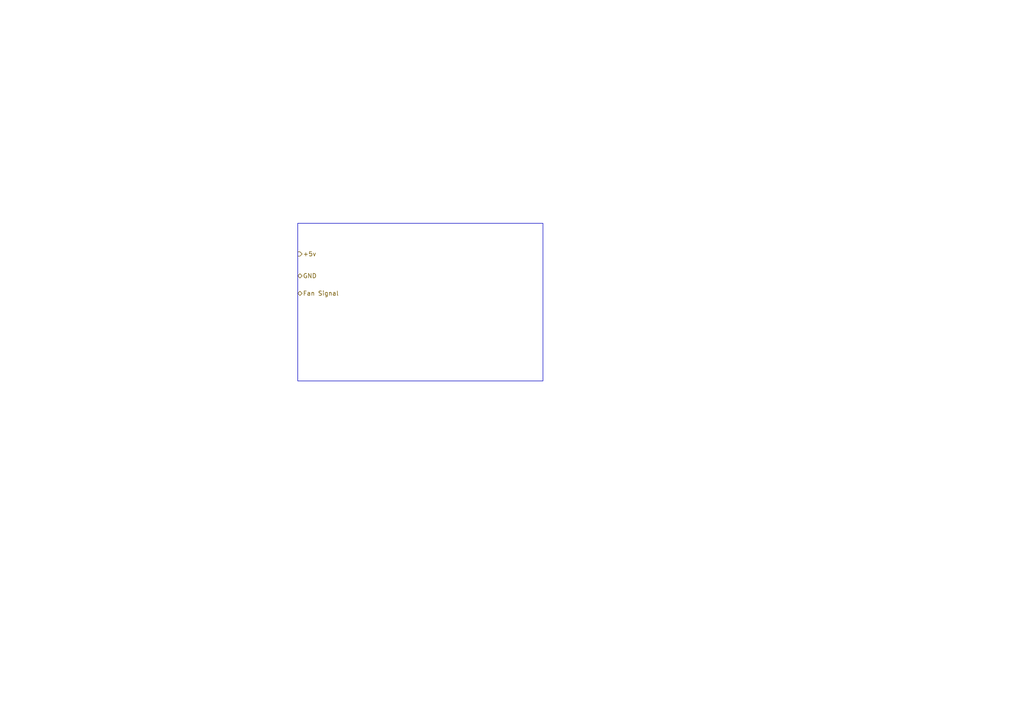
<source format=kicad_sch>
(kicad_sch
	(version 20231120)
	(generator "eeschema")
	(generator_version "8.0")
	(uuid "f7d4986d-738c-4a6d-9ca4-ec55e06e8f70")
	(paper "A4")
	(lib_symbols)
	(rectangle
		(start 86.36 64.77)
		(end 157.48 110.49)
		(stroke
			(width 0)
			(type default)
		)
		(fill
			(type none)
		)
		(uuid 75e2e593-a2b2-4409-879e-465f2c124e54)
	)
	(hierarchical_label "Fan Signal"
		(shape bidirectional)
		(at 86.36 85.09 0)
		(fields_autoplaced yes)
		(effects
			(font
				(size 1.27 1.27)
			)
			(justify left)
		)
		(uuid "7d8ee3fb-545e-4af4-b6d3-74ef8315767d")
	)
	(hierarchical_label "+5v"
		(shape output)
		(at 86.36 73.66 0)
		(fields_autoplaced yes)
		(effects
			(font
				(size 1.27 1.27)
			)
			(justify left)
		)
		(uuid "b4077286-4873-45a4-aadc-8ffccdf53b0e")
	)
	(hierarchical_label "GND"
		(shape bidirectional)
		(at 86.36 80.01 0)
		(fields_autoplaced yes)
		(effects
			(font
				(size 1.27 1.27)
			)
			(justify left)
		)
		(uuid "d29c7aa4-9843-48cc-acf7-b715765c6289")
	)
)

</source>
